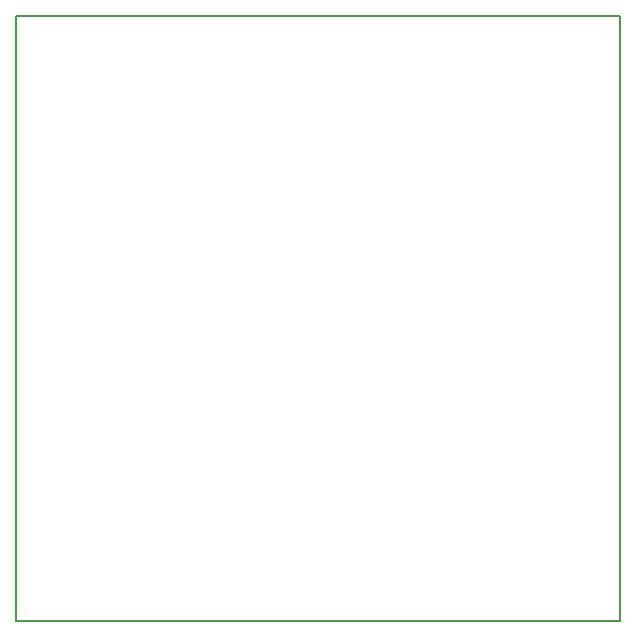
<source format=gbo>
G04 MADE WITH FRITZING*
G04 WWW.FRITZING.ORG*
G04 DOUBLE SIDED*
G04 HOLES PLATED*
G04 CONTOUR ON CENTER OF CONTOUR VECTOR*
%ASAXBY*%
%FSLAX23Y23*%
%MOIN*%
%OFA0B0*%
%SFA1.0B1.0*%
%ADD10R,2.020240X2.022950X2.004240X2.006950*%
%ADD11C,0.008000*%
%LNSILK0*%
G90*
G70*
G54D11*
X4Y2019D02*
X2016Y2019D01*
X2016Y4D01*
X4Y4D01*
X4Y2019D01*
D02*
G04 End of Silk0*
M02*
</source>
